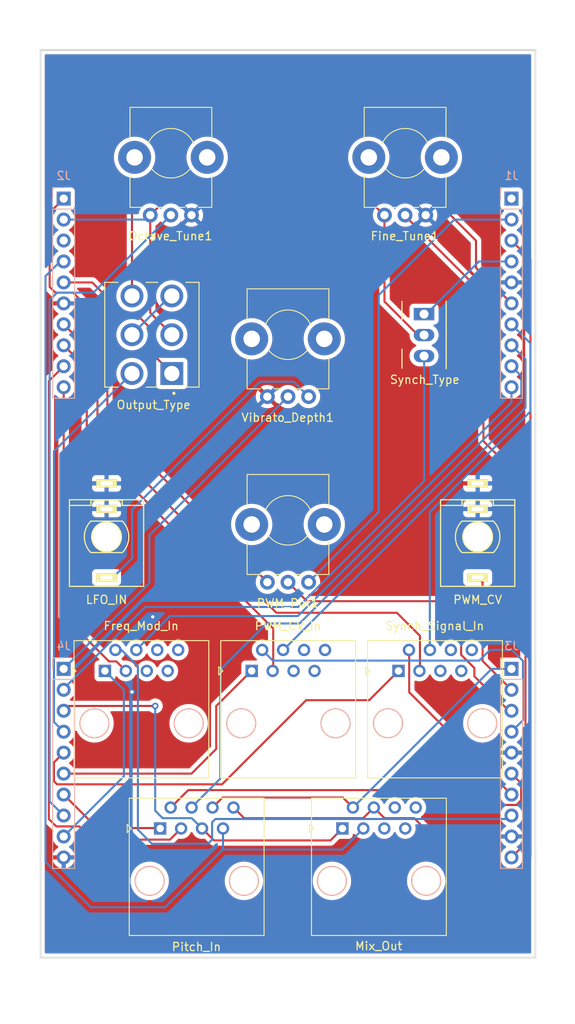
<source format=kicad_pcb>
(kicad_pcb (version 20211014) (generator pcbnew)
  (layers (0 "F.Cu" signal) (31 "B.Cu" signal) (34 "B.Paste" user) (35 "F.Paste" user) (36 "B.SilkS" user "B.Silkscreen") (37 "F.SilkS" user "F.Silkscreen") (38 "B.Mask" user) (39 "F.Mask" user) (44 "Edge.Cuts" user))
  (net 0 "")
  (net 1 "/PWM_CV4")
  (net 2 "/PWM_CV3")
  (net 3 "/PWM_CV2")
  (net 4 "/PWM_CV1")
  (net 5 "/MIX_OUT4")
  (net 6 "/MIX_OUT3")
  (net 7 "/MIX_OUT2")
  (net 8 "/MIX_OUT1")
  (net 9 "/SYNCH_SIGNAL4")
  (net 10 "/SYNCH_SIGNAL3")
  (net 11 "/SYNCH_SIGNAL2")
  (net 12 "/SYNCH_SIGNAL1")
  (net 13 "/FREQ_MOD4")
  (net 14 "/FREQ_MOD3")
  (net 15 "/FREQ_MOD2")
  (net 16 "/FREQ_MOD1")
  (net 17 "/V_PER_OCT4")
  (net 18 "/V_PER_OCT3")
  (net 19 "/V_PER_OCT2")
  (net 20 "/V_PER_OCT1")
  (net 21 "-5V")
  (net 22 "-12V")
  (net 23 "/HARD_SYNCH_SW")
  (net 24 "GND")
  (net 25 "/SAW_SW")
  (net 26 "+12V")
  (net 27 "+5V")
  (net 28 "+2V5")
  (net 29 "/PULSE_SW")
  (net 30 "/PWM_CV")
  (net 31 "/PWM_POT")
  (net 32 "/OCT_TUNE")
  (net 33 "/LIN_FREQ_IN")
  (net 34 "/SOFT_SYNCH_SW")
  (net 35 "/TRIANGLE_SW")
  (net 36 "/FINE_TUNE")
  (net 37 "/LFO_IN")
  (net 50 "Net-(SW2-Pad3)")
  (footprint "Custom_Footprints:RJ45_Molex_42878-8506" (layer "F.Cu") (at 80 124.9)
    (fp_text reference "J7" hide)
    (fp_text value "PWM_CV_In" (at 0 -10.1) (layer "F.SilkS"))
    (fp_line (start 8.2 -8.32) (end -8.15 -8.32) (layer "F.SilkS") (width 0.12))
    (fp_line (start -7.9 -4.65) (end -8.4 -5.15) (layer "F.SilkS") (width 0.12))
    (fp_line (start -8.4 -4.15) (end -7.9 -4.65) (layer "F.SilkS") (width 0.12))
    (fp_line (start 8.2 8.32) (end -8.15 8.32) (layer "F.SilkS") (width 0.12))
    (fp_line (start -8.15 -8.32) (end -8.15 8.32) (layer "F.SilkS") (width 0.12))
    (fp_line (start 8.2 -8.32) (end 8.2 8.32) (layer "F.SilkS") (width 0.12))
    (fp_line (start -8.4 -5.15) (end -8.4 -4.15) (layer "F.SilkS") (width 0.12))
    (pad "" np_thru_hole circle (at 5.76 1.7) (size 3.65 3.65) (drill 3.33) (layers F&B.Cu *.SilkS *.Mask))
    (pad "" np_thru_hole circle (at -5.67 1.7) (size 3.65 3.65) (drill 3.33) (layers F&B.Cu *.SilkS *.Mask))
    (pad "1" thru_hole rect (at -4.4 -4.65) (size 1.5 1.5) (drill 0.9) (layers *.Cu *.Mask) (net 1 "/PWM_CV4"))
    (pad "2" thru_hole circle (at -3.13 -7.19) (size 1.5 1.5) (drill 0.9) (layers *.Cu *.Mask) (net 2 "/PWM_CV3"))
    (pad "3" thru_hole circle (at -1.86 -4.65) (size 1.5 1.5) (drill 0.9) (layers *.Cu *.Mask) (net 3 "/PWM_CV2"))
    (pad "4" thru_hole circle (at -0.59 -7.19) (size 1.5 1.5) (drill 0.9) (layers *.Cu *.Mask) (net 4 "/PWM_CV1"))
    (pad "5" thru_hole circle (at 0.68 -4.65) (size 1.5 1.5) (drill 0.9) (layers *.Cu *.Mask))
    (pad "6" thru_hole circle (at 1.95 -7.19) (size 1.5 1.5) (drill 0.9) (layers *.Cu *.Mask))
    (pad "7" thru_hole circle (at 3.22 -4.65) (size 1.5 1.5) (drill 0.9) (layers *.Cu *.Mask))
    (pad "8" thru_hole circle (at 4.49 -7.19) (size 1.5 1.5) (drill 0.9) (layers *.Cu *.Mask))
  )
  (footprint "Custom_Footprints:Alpha_9mm_Potentiometer_Aligned" (layer "F.Cu") (at 94.2 57.5)
    (fp_text reference "Fine_Tune1" (at -0.04 10.04) (layer "F.SilkS"))
    (fp_text value "10k")
    (fp_line (start -4.961 6.56) (end -3.325 6.56) (layer "F.SilkS") (width 0.12))
    (fp_line (start 3.325 6.56) (end 4.96 6.56) (layer "F.SilkS") (width 0.12))
    (fp_line (start 4.96 6.56) (end 4.96 2.694) (layer "F.SilkS") (width 0.12))
    (fp_line (start -4.961 -5.56) (end 4.96 -5.56) (layer "F.SilkS") (width 0.12))
    (fp_line (start -4.961 -1.695) (end -4.961 -5.56) (layer "F.SilkS") (width 0.12))
    (fp_line (start -1.675 6.56) (end -0.825 6.56) (layer "F.SilkS") (width 0.12))
    (fp_line (start 4.96 -1.695) (end 4.96 -5.56) (layer "F.SilkS") (width 0.12))
    (fp_line (start 0.825 6.56) (end 1.675 6.56) (layer "F.SilkS") (width 0.12))
    (fp_line (start -4.961 6.56) (end -4.961 2.694) (layer "F.SilkS") (width 0.12))
    (fp_arc (start 2.297753 1.928295) (mid -0.000192 2.999665) (end -2.298 1.928) (layer "F.SilkS") (width 0.12))
    (fp_arc (start -2.762432 -1.171982) (mid -0.000553 -3.000762) (end 2.762 -1.173) (layer "F.SilkS") (width 0.12))
    (pad "" np_thru_hole circle locked (at -4.4 0.5 90) (size 4 4) (drill 2) (layers *.Cu *.Mask))
    (pad "" np_thru_hole circle locked (at 4.4 0.5 90) (size 4 4) (drill 2) (layers *.Cu *.Mask))
    (pad "1" thru_hole circle locked (at 2.5 7.5 90) (size 1.8 1.8) (drill 1) (layers *.Cu *.Mask) (net 24 "GND"))
    (pad "2" thru_hole circle locked (at 0 7.5 90) (size 1.8 1.8) (drill 1) (layers *.Cu *.Mask) (net 36 "/FINE_TUNE"))
    (pad "3" thru_hole circle locked (at -2.5 7.5 90) (size 1.8 1.8) (drill 1) (layers *.Cu *.Mask) (net 27 "+5V"))
  )
  (footprint "Custom_Footprints:RJ45_Molex_42878-8506" (layer "F.Cu") (at 62.2 124.9)
    (fp_text reference "J9" hide)
    (fp_text value "Freq_Mod_In" (at 0 -10.1) (layer "F.SilkS"))
    (fp_line (start -8.4 -5.15) (end -8.4 -4.15) (layer "F.SilkS") (width 0.12))
    (fp_line (start 8.2 -8.32) (end 8.2 8.32) (layer "F.SilkS") (width 0.12))
    (fp_line (start -8.15 -8.32) (end -8.15 8.32) (layer "F.SilkS") (width 0.12))
    (fp_line (start 8.2 -8.32) (end -8.15 -8.32) (layer "F.SilkS") (width 0.12))
    (fp_line (start -7.9 -4.65) (end -8.4 -5.15) (layer "F.SilkS") (width 0.12))
    (fp_line (start 8.2 8.32) (end -8.15 8.32) (layer "F.SilkS") (width 0.12))
    (fp_line (start -8.4 -4.15) (end -7.9 -4.65) (layer "F.SilkS") (width 0.12))
    (pad "" np_thru_hole circle (at -5.67 1.7) (size 3.65 3.65) (drill 3.33) (layers F&B.Cu *.SilkS *.Mask))
    (pad "" np_thru_hole circle (at 5.76 1.7) (size 3.65 3.65) (drill 3.33) (layers F&B.Cu *.SilkS *.Mask))
    (pad "1" thru_hole rect (at -4.4 -4.65) (size 1.5 1.5) (drill 0.9) (layers *.Cu *.Mask) (net 13 "/FREQ_MOD4"))
    (pad "2" thru_hole circle (at -3.13 -7.19) (size 1.5 1.5) (drill 0.9) (layers *.Cu *.Mask) (net 14 "/FREQ_MOD3"))
    (pad "3" thru_hole circle (at -1.86 -4.65) (size 1.5 1.5) (drill 0.9) (layers *.Cu *.Mask) (net 15 "/FREQ_MOD2"))
    (pad "4" thru_hole circle (at -0.59 -7.19) (size 1.5 1.5) (drill 0.9) (layers *.Cu *.Mask) (net 16 "/FREQ_MOD1"))
    (pad "5" thru_hole circle (at 0.68 -4.65) (size 1.5 1.5) (drill 0.9) (layers *.Cu *.Mask))
    (pad "6" thru_hole circle (at 1.95 -7.19) (size 1.5 1.5) (drill 0.9) (layers *.Cu *.Mask))
    (pad "7" thru_hole circle (at 3.22 -4.65) (size 1.5 1.5) (drill 0.9) (layers *.Cu *.Mask))
    (pad "8" thru_hole circle (at 4.49 -7.19) (size 1.5 1.5) (drill 0.9) (layers *.Cu *.Mask))
  )
  (footprint "Custom_Footprints:Alpha_9mm_Potentiometer_Aligned" (layer "F.Cu") (at 65.8 57.5)
    (fp_text reference "Octave_Tune1" (at -0.04 10.04) (layer "F.SilkS"))
    (fp_text value "10k")
    (fp_line (start 4.96 6.56) (end 4.96 2.694) (layer "F.SilkS") (width 0.12))
    (fp_line (start 3.325 6.56) (end 4.96 6.56) (layer "F.SilkS") (width 0.12))
    (fp_line (start -1.675 6.56) (end -0.825 6.56) (layer "F.SilkS") (width 0.12))
    (fp_line (start -4.961 -1.695) (end -4.961 -5.56) (layer "F.SilkS") (width 0.12))
    (fp_line (start -4.961 6.56) (end -4.961 2.694) (layer "F.SilkS") (width 0.12))
    (fp_line (start -4.961 6.56) (end -3.325 6.56) (layer "F.SilkS") (width 0.12))
    (fp_line (start -4.961 -5.56) (end 4.96 -5.56) (layer "F.SilkS") (width 0.12))
    (fp_line (start 4.96 -1.695) (end 4.96 -5.56) (layer "F.SilkS") (width 0.12))
    (fp_line (start 0.825 6.56) (end 1.675 6.56) (layer "F.SilkS") (width 0.12))
    (fp_arc (start -2.762432 -1.171982) (mid -0.000553 -3.000762) (end 2.762 -1.173) (layer "F.SilkS") (width 0.12))
    (fp_arc (start 2.297753 1.928295) (mid -0.000192 2.999665) (end -2.298 1.928) (layer "F.SilkS") (width 0.12))
    (pad "" np_thru_hole circle locked (at -4.4 0.5 90) (size 4 4) (drill 2) (layers *.Cu *.Mask))
    (pad "" np_thru_hole circle locked (at 4.4 0.5 90) (size 4 4) (drill 2) (layers *.Cu *.Mask))
    (pad "1" thru_hole circle locked (at 2.5 7.5 90) (size 1.8 1.8) (drill 1) (layers *.Cu *.Mask) (net 24 "GND"))
    (pad "2" thru_hole circle locked (at 0 7.5 90) (size 1.8 1.8) (drill 1) (layers *.Cu *.Mask) (net 32 "/OCT_TUNE"))
    (pad "3" thru_hole circle locked (at -2.5 7.5 90) (size 1.8 1.8) (drill 1) (layers *.Cu *.Mask) (net 27 "+5V"))
  )
  (footprint "Custom_Footprints:RJ45_Molex_42878-8506" (layer "F.Cu") (at 97.8 124.9)
    (fp_text reference "J8" hide)
    (fp_text value "Synch_Signal_In" (at 0 -10.1) (layer "F.SilkS"))
    (fp_line (start -7.9 -4.65) (end -8.4 -5.15) (layer "F.SilkS") (width 0.12))
    (fp_line (start 8.2 8.32) (end -8.15 8.32) (layer "F.SilkS") (width 0.12))
    (fp_line (start 8.2 -8.32) (end -8.15 -8.32) (layer "F.SilkS") (width 0.12))
    (fp_line (start -8.4 -4.15) (end -7.9 -4.65) (layer "F.SilkS") (width 0.12))
    (fp_line (start -8.15 -8.32) (end -8.15 8.32) (layer "F.SilkS") (width 0.12))
    (fp_line (start -8.4 -5.15) (end -8.4 -4.15) (layer "F.SilkS") (width 0.12))
    (fp_line (start 8.2 -8.32) (end 8.2 8.32) (layer "F.SilkS") (width 0.12))
    (pad "" np_thru_hole circle (at -5.67 1.7) (size 3.65 3.65) (drill 3.33) (layers F&B.Cu *.SilkS *.Mask))
    (pad "" np_thru_hole circle (at 5.76 1.7) (size 3.65 3.65) (drill 3.33) (layers F&B.Cu *.SilkS *.Mask))
    (pad "1" thru_hole rect (at -4.4 -4.65) (size 1.5 1.5) (drill 0.9) (layers *.Cu *.Mask) (net 9 "/SYNCH_SIGNAL4"))
    (pad "2" thru_hole circle (at -3.13 -7.19) (size 1.5 1.5) (drill 0.9) (layers *.Cu *.Mask) (net 10 "/SYNCH_SIGNAL3"))
    (pad "3" thru_hole circle (at -1.86 -4.65) (size 1.5 1.5) (drill 0.9) (layers *.Cu *.Mask) (net 11 "/SYNCH_SIGNAL2"))
    (pad "4" thru_hole circle (at -0.59 -7.19) (size 1.5 1.5) (drill 0.9) (layers *.Cu *.Mask) (net 12 "/SYNCH_SIGNAL1"))
    (pad "5" thru_hole circle (at 0.68 -4.65) (size 1.5 1.5) (drill 0.9) (layers *.Cu *.Mask))
    (pad "6" thru_hole circle (at 1.95 -7.19) (size 1.5 1.5) (drill 0.9) (layers *.Cu *.Mask))
    (pad "7" thru_hole circle (at 3.22 -4.65) (size 1.5 1.5) (drill 0.9) (layers *.Cu *.Mask))
    (pad "8" thru_hole circle (at 4.49 -7.19) (size 1.5 1.5) (drill 0.9) (layers *.Cu *.Mask))
  )
  (footprint "Custom_Footprints:SPDTSubMiniature" (layer "F.Cu") (at 96.5 77 -90)
    (fp_text reference "SW1" hide)
    (fp_text value "Synch_Type" (at 7.9461 -0.084 180) (layer "F.SilkS"))
    (fp_line (start -1.5634 -2.681) (end 6.604 -2.681) (layer "F.SilkS") (width 0.15))
    (fp_line (start -1.538 2.681) (end 0.662 2.681) (layer "F.SilkS") (width 0.15))
    (fp_line (start 4.254 2.681) (end 6.554 2.681) (layer "F.SilkS") (width 0.15))
    (pad "1" thru_hole rect locked (at 0 0 270) (size 1.5 2.5) (drill 1.0922) (layers *.Cu *.Mask) (net 23 "/HARD_SYNCH_SW"))
    (pad "2" thru_hole oval locked (at 2.54 0 270) (size 1.5 2.5) (drill 1.0922) (layers *.Cu *.Mask) (net 27 "+5V"))
    (pad "3" thru_hole oval locked (at 5.08 0 270) (size 1.5 2.5) (drill 1.0922) (layers *.Cu *.Mask) (net 34 "/SOFT_SYNCH_SW"))
  )
  (footprint "Custom_Footprints:Alpha_9mm_Potentiometer_Aligned" (layer "F.Cu") (at 80 79.5)
    (fp_text reference "Vibrato_Depth1" (at -0.04 10.04) (layer "F.SilkS"))
    (fp_text value "10k")
    (fp_line (start 0.825 6.56) (end 1.675 6.56) (layer "F.SilkS") (width 0.12))
    (fp_line (start -4.961 6.56) (end -3.325 6.56) (layer "F.SilkS") (width 0.12))
    (fp_line (start -4.961 -5.56) (end 4.96 -5.56) (layer "F.SilkS") (width 0.12))
    (fp_line (start -1.675 6.56) (end -0.825 6.56) (layer "F.SilkS") (width 0.12))
    (fp_line (start 4.96 -1.695) (end 4.96 -5.56) (layer "F.SilkS") (width 0.12))
    (fp_line (start 3.325 6.56) (end 4.96 6.56) (layer "F.SilkS") (width 0.12))
    (fp_line (start -4.961 -1.695) (end -4.961 -5.56) (layer "F.SilkS") (width 0.12))
    (fp_line (start -4.961 6.56) (end -4.961 2.694) (layer "F.SilkS") (width 0.12))
    (fp_line (start 4.96 6.56) (end 4.96 2.694) (layer "F.SilkS") (width 0.12))
    (fp_arc (start -2.762432 -1.171982) (mid -0.000553 -3.000762) (end 2.762 -1.173) (layer "F.SilkS") (width 0.12))
    (fp_arc (start 2.297753 1.928295) (mid -0.000192 2.999665) (end -2.298 1.928) (layer "F.SilkS") (width 0.12))
    (pad "" np_thru_hole circle locked (at -4.4 0.5 90) (size 4 4) (drill 2) (layers *.Cu *.Mask))
    (pad "" np_thru_hole circle locked (at 4.4 0.5 90) (size 4 4) (drill 2) (layers *.Cu *.Mask))
    (pad "1" thru_hole circle locked (at 2.5 7.5 90) (size 1.8 1.8) (drill 1) (layers *.Cu *.Mask) (net 37 "/LFO_IN"))
    (pad "2" thru_hole circle locked (at 0 7.5 90) (size 1.8 1.8) (drill 1) (layers *.Cu *.Mask) (net 33 "/LIN_FREQ_IN"))
    (pad "3" thru_hole circle locked (at -2.5 7.5 90) (size 1.8 1.8) (drill 1) (layers *.Cu *.Mask) (net 24 "GND"))
  )
  (footprint "Custom_Footprints:RJ45_Molex_42878-8506" (layer "F.Cu") (at 68.9 144)
    (fp_text reference "J10" hide)
    (fp_text value "Pitch_In" (at 0 9.7) (layer "F.SilkS"))
    (fp_line (start -8.4 -4.15) (end -7.9 -4.65) (layer "F.SilkS") (width 0.12))
    (fp_line (start -7.9 -4.65) (end -8.4 -5.15) (layer "F.SilkS") (width 0.12))
    (fp_line (start 8.2 8.32) (end -8.15 8.32) (layer "F.SilkS") (width 0.12))
    (fp_line (start 8.2 -8.32) (end -8.15 -8.32) (layer "F.SilkS") (width 0.12))
    (fp_line (start -8.15 -8.32) (end -8.15 8.32) (layer "F.SilkS") (width 0.12))
    (fp_line (start 8.2 -8.32) (end 8.2 8.32) (layer "F.SilkS") (width 0.12))
    (fp_line (start -8.4 -5.15) (end -8.4 -4.15) (layer "F.SilkS") (width 0.12))
    (pad "" np_thru_hole circle (at 5.76 1.7) (size 3.65 3.65) (drill 3.33) (layers F&B.Cu *.SilkS *.Mask))
    (pad "" np_thru_hole circle (at -5.67 1.7) (size 3.65 3.65) (drill 3.33) (layers F&B.Cu *.SilkS *.Mask))
    (pad "1" thru_hole rect (at -4.4 -4.65) (size 1.5 1.5) (drill 0.9) (layers *.Cu *.Mask) (net 17 "/V_PER_OCT4"))
    (pad "2" thru_hole circle (at -3.13 -7.19) (size 1.5 1.5) (drill 0.9) (layers *.Cu *.Mask) (net 18 "/V_PER_OCT3"))
    (pad "3" thru_hole circle (at -1.86 -4.65) (size 1.5 1.5) (drill 0.9) (layers *.Cu *.Mask) (net 19 "/V_PER_OCT2"))
    (pad "4" thru_hole circle (at -0.59 -7.19) (size 1.5 1.5) (drill 0.9) (layers *.Cu *.Mask) (net 20 "/V_PER_OCT1"))
    (pad "5" thru_hole circle (at 0.68 -4.65) (size 1.5 1.5) (drill 0.9) (layers *.Cu *.Mask) (net 5 "/MIX_OUT4"))
    (pad "6" thru_hole circle (at 1.95 -7.19) (size 1.5 1.5) (drill 0.9) (layers *.Cu *.Mask) (net 6 "/MIX_OUT3"))
    (pad "7" thru_hole circle (at 3.22 -4.65) (size 1.5 1.5) (drill 0.9) (layers *.Cu *.Mask) (net 7 "/MIX_OUT2"))
    (pad "8" thru_hole circle (at 4.49 -7.19) (size 1.5 1.5) (drill 0.9) (layers *.Cu *.Mask) (net 8 "/MIX_OUT1"))
  )
  (footprint "Custom_Footprints:SW_100DP3T1B1M2QEH" (layer "F.Cu") (at 63.5 79.5 90)
    (fp_text reference "SW2" hide)
    (fp_text value "Output_Type" (at -8.5 0.2 180) (layer "F.SilkS"))
    (fp_line (start 6.35 -0.7075) (end 6.35 0.7075) (layer "F.SilkS") (width 0.127))
    (fp_line (start -6.35 -5.715) (end 6.35 -5.715) (layer "F.SilkS") (width 0.127))
    (fp_line (start -6.35 -0.7075) (end -6.35 0.7075) (layer "F.SilkS") (width 0.127))
    (fp_line (start 6.35 -5.715) (end 6.35 -4.1225) (layer "F.SilkS") (width 0.127))
    (fp_line (start -6.35 -4.1225) (end -6.35 -5.715) (layer "F.SilkS") (width 0.127))
    (fp_line (start -6.35 5.715) (end -6.35 4.1225) (layer "F.SilkS") (width 0.127))
    (fp_line (start 6.35 5.715) (end -6.35 5.715) (layer "F.SilkS") (width 0.127))
    (fp_line (start 6.35 5.715) (end 6.35 4.1225) (layer "F.SilkS") (width 0.127))
    (fp_circle (center -7.1 2.665) (end -7 2.665) (layer "F.SilkS") (width 0.2) (fill none))
    (pad "1" thru_hole rect (at -4.7 2.415 90) (size 2.775 2.775) (drill 1.85) (layers *.Cu *.Mask) (net 29 "/PULSE_SW"))
    (pad "2" thru_hole circle (at 0 2.415 90) (size 2.775 2.775) (drill 1.85) (layers *.Cu *.Mask) (net 27 "+5V"))
    (pad "3" thru_hole circle (at 4.7 2.415 90) (size 2.775 2.775) (drill 1.85) (layers *.Cu *.Mask) (net 50 "Net-(SW2-Pad3)"))
    (pad "4" thru_hole circle (at -4.7 -2.415 90) (size 2.775 2.775) (drill 1.85) (layers *.Cu *.Mask) (net 35 "/TRIANGLE_SW"))
    (pad "5" thru_hole circle (at 0 -2.415 90) (size 2.775 2.775) (drill 1.85) (layers *.Cu *.Mask) (net 50 "Net-(SW2-Pad3)"))
    (pad "6" thru_hole circle (at 4.7 -2.415 90) (size 2.775 2.775) (drill 1.85) (layers *.Cu *.Mask) (net 25 "/SAW_SW"))
  )
  (footprint "Custom_Footprints:RJ45_Molex_42878-8506" (layer "F.Cu") (at 91 144)
    (fp_text reference "J11" hide)
    (fp_text value "Mix_Out" (at 0 9.6) (layer "F.SilkS"))
    (fp_line (start -8.15 -8.32) (end -8.15 8.32) (layer "F.SilkS") (width 0.12))
    (fp_line (start 8.2 -8.32) (end -8.15 -8.32) (layer "F.SilkS") (width 0.12))
    (fp_line (start 8.2 8.32) (end -8.15 8.32) (layer "F.SilkS") (width 0.12))
    (fp_line (start -8.4 -4.15) (end -7.9 -4.65) (layer "F.SilkS") (width 0.12))
    (fp_line (start -7.9 -4.65) (end -8.4 -5.15) (layer "F.SilkS") (width 0.12))
    (fp_line (start -8.4 -5.15) (end -8.4 -4.15) (layer "F.SilkS") (width 0.12))
    (fp_line (start 8.2 -8.32) (end 8.2 8.32) (layer "F.SilkS") (width 0.12))
    (pad "" np_thru_hole circle (at 5.76 1.7) (size 3.65 3.65) (drill 3.33) (layers F&B.Cu *.SilkS *.Mask))
    (pad "" np_thru_hole circle (at -5.67 1.7) (size 3.65 3.65) (drill 3.33) (layers F&B.Cu *.SilkS *.Mask))
    (pad "1" thru_hole rect (at -4.4 -4.65) (size 1.5 1.5) (drill 0.9) (layers *.Cu *.Mask) (net 5 "/MIX_OUT4"))
    (pad "2" thru_hole circle (at -3.13 -7.19) (size 1.5 1.5) (drill 0.9) (layers *.Cu *.Mask) (net 6 "/MIX_OUT3"))
    (pad "3" thru_hole circle (at -1.86 -4.65) (size 1.5 1.5) (drill 0.9) (layers *.Cu *.Mask) (net 7 "/MIX_OUT2"))
    (pad "4" thru_hole circle (at -0.59 -7.19) (size 1.5 1.5) (drill 0.9) (layers *.Cu *.Mask) (net 8 "/MIX_OUT1"))
    (pad "5" thru_hole circle (at 0.68 -4.65) (size 1.5 1.5) (drill 0.9) (layers *.Cu *.Mask))
    (pad "6" thru_hole circle (at 1.95 -7.19) (size 1.5 1.5) (drill 0.9) (layers *.Cu *.Mask))
    (pad "7" thru_hole circle (at 3.22 -4.65) (size 1.5 1.5) (drill 0.9) (layers *.Cu *.Mask))
    (pad "8" thru_hole circle (at 4.49 -7.19) (size 1.5 1.5) (drill 0.9) (layers *.Cu *.Mask))
  )
  (footprint "Custom_Footprints:THONKICONN_hole" (layer "F.Cu") (at 58 104 180)
    (fp_text reference "J6" hide)
    (fp_text value "LFO_IN" (at 0 -7.62) (layer "F.SilkS"))
    (fp_line (start 4.5 -6) (end 4.5 4.5) (layer "F.SilkS") (width 0.15))
    (fp_line (start -4.5 4.5) (end 4.5 4.5) (layer "F.SilkS") (width 0.15))
    (fp_line (start 1.905 4.445) (end 1.905 3.81) (layer "F.SilkS") (width 0.15))
    (fp_line (start -4.5 -6) (end 4.5 -6) (layer "F.SilkS") (width 0.15))
    (fp_line (start -4.5 -6) (end -4.5 4.5) (layer "F.SilkS") (width 0.15))
    (fp_line (start 1.905 3.81) (end 4.445 3.81) (layer "F.SilkS") (width 0.15))
    (fp_line (start -1.905 3.81) (end -1.905 4.445) (layer "F.SilkS") (width 0.15))
    (fp_line (start -4.445 3.81) (end -1.905 3.81) (layer "F.SilkS") (width 0.15))
    (fp_line (start 1.905 1.905) (end -1.905 1.905) (layer "F.SilkS") (width 0.15))
    (fp_line (start -1.905 -1.905) (end 1.905 -1.905) (layer "F.SilkS") (width 0.15))
    (fp_line (start -1.905 4.445) (end 1.905 4.445) (layer "F.SilkS") (width 0.15))
    (fp_arc (start -1.905 1.905) (mid -2.694077 0) (end -1.905 -1.905) (layer "F.SilkS") (width 0.15))
    (fp_arc (start 1.905 -1.905) (mid 2.694077 0) (end 1.905 1.905) (layer "F.SilkS") (width 0.15))
    (fp_circle (center 0 0) (end 1.27 1.27) (layer "F.SilkS") (width 0.15) (fill none))
    (pad "" np_thru_hole circle (at 0 0 180) (size 2.5 2.5) (drill 2.5) (layers *.Cu *.Mask))
    (pad "1" thru_hole rect (at 0 6.48 180) (size 2.5 1) (drill oval 1.5 0.5) (layers *.Cu *.Mask "F.SilkS") (net 24 "GND"))
    (pad "2" thru_hole rect (at 0 3.38 180) (size 2.5 1) (drill oval 1.5 0.5) (layers *.Cu *.Mask "F.SilkS") (net 24 "GND"))
    (pad "3" thru_hole rect (at 0 -4.92 180) (size 2.5 1) (drill oval 1.5 0.5) (layers *.Cu *.Mask "F.SilkS") (net 37 "/LFO_IN"))
  )
  (footprint "Custom_Footprints:Alpha_9mm_Potentiometer_Aligned" (layer "F.Cu") (at 80 102)
    (fp_text reference "PWM_Pot1" (at -0.04 10.04) (layer "F.SilkS"))
    (fp_text value "10k")
    (fp_line (start -1.675 6.56) (end -0.825 6.56) (layer "F.SilkS") (width 0.12))
    (fp_line (start -4.961 6.56) (end -3.325 6.56) (layer "F.SilkS") (width 0.12))
    (fp_line (start -4.961 6.56) (end -4.961 2.694) (layer "F.SilkS") (width 0.12))
    (fp_line (start -4.961 -1.695) (end -4.961 -5.56) (layer "F.SilkS") (width 0.12))
    (fp_line (start 4.96 6.56) (end 4.96 2.694) (layer "F.SilkS") (width 0.12))
    (fp_line (start 3.325 6.56) (end 4.96 6.56) (layer "F.SilkS") (width 0.12))
    (fp_line (start 0.825 6.56) (end 1.675 6.56) (layer "F.SilkS") (width 0.12))
    (fp_line (start -4.961 -5.56) (end 4.96 -5.56) (layer "F.SilkS") (width 0.12))
    (fp_line (start 4.96 -1.695) (end 4.96 -5.56) (layer "F.SilkS") (width 0.12))
    (fp_arc (start -2.762432 -1.171982) (mid -0.000553 -3.000762) (end 2.762 -1.173) (layer "F.SilkS") (width 0.12))
    (fp_arc (start 2.297753 1.928295) (mid -0.000192 2.999665) (end -2.298 1.928) (layer "F.SilkS") (width 0.12))
    (pad "" np_thru_hole circle locked (at 4.4 0.5 90) (size 4 4) (drill 2) (layers *.Cu *.Mask))
    (pad "" np_thru_hole circle locked (at -4.4 0.5 90) (size 4 4) (drill 2) (layers *.Cu *.Mask))
    (pad "1" thru_hole circle locked (at 2.5 7.5 90) (size 1.8 1.8) (drill 1) (layers *.Cu *.Mask) (net 22 "-12V"))
    (pad "2" thru_hole circle locked (at 0 7.5 90) (size 1.8 1.8) (drill 1) (layers *.Cu *.Mask) (net 31 "/PWM_POT"))
    (pad "3" thru_hole circle locked (at -2.5 7.5 90) (size 1.8 1.8) (drill 1) (layers *.Cu *.Mask) (net 26 "+12V"))
  )
  (footprint "Custom_Footprints:THONKICONN_hole" (layer "F.Cu") (at 103 104 180)
    (fp_text reference "J5" hide)
    (fp_text value "PWM_CV" (at 0 -7.62) (layer "F.SilkS"))
    (fp_line (start -1.905 3.81) (end -1.905 4.445) (layer "F.SilkS") (width 0.15))
    (fp_line (start -4.5 4.5) (end 4.5 4.5) (layer "F.SilkS") (width 0.15))
    (fp_line (start -1.905 4.445) (end 1.905 4.445) (layer "F.SilkS") (width 0.15))
    (fp_line (start -1.905 -1.905) (end 1.905 -1.905) (layer "F.SilkS") (width 0.15))
    (fp_line (start 1.905 3.81) (end 4.445 3.81) (layer "F.SilkS") (width 0.15))
    (fp_line (start 1.905 4.445) (end 1.905 3.81) (layer "F.SilkS") (width 0.15))
    (fp_line (start 1.905 1.905) (end -1.905 1.905) (layer "F.SilkS") (width 0.15))
    (fp_line (start -4.445 3.81) (end -1.905 3.81) (layer "F.SilkS") (width 0.15))
    (fp_line (start -4.5 -6) (end 4.5 -6) (layer "F.SilkS") (width 0.15))
    (fp_line (start 4.5 -6) (end 4.5 4.5) (layer "F.SilkS") (width 0.15))
    (fp_line (start -4.5 -6) (end -4.5 4.5) (layer "F.SilkS") (width 0.15))
    (fp_arc (start 1.905 -1.905) (mid 2.694077 0) (end 1.905 1.905) (layer "F.SilkS") (width 0.15))
    (fp_arc (start -1.905 1.905) (mid -2.694077 0) (end -1.905 -1.905) (layer "F.SilkS") (width 0.15))
    (fp_circle (center 0 0) (end 1.27 1.27) (layer "F.SilkS") (width 0.15) (fill none))
    (pad "" np_thru_hole circle (at 0 0 180) (size 2.5 2.5) (drill 2.5) (layers *.Cu *.Mask))
    (pad "1" thru_hole rect (at 0 6.48 180) (size 2.5 1) (drill oval 1.5 0.5) (layers *.Cu *.Mask "F.SilkS") (net 24 "GND"))
    (pad "2" thru_hole rect (at 0 3.38 180) (size 2.5 1) (drill oval 1.5 0.5) (layers *.Cu *.Mask "F.SilkS") (net 24 "GND"))
    (pad "3" thru_hole rect (at 0 -4.92 180) (size 2.5 1) (drill oval 1.5 0.5) (layers *.Cu *.Mask "F.SilkS") (net 30 "/PWM_CV"))
  )
  (footprint "Connector_PinSocket_2.54mm:PinSocket_1x10_P2.54mm_Vertical" (layer "B.Cu") (at 107.1 120 180)
    (fp_text reference "J3" (at 0 2.77) (layer "B.SilkS") (effects (justify mirror)))
    (fp_text value "Conn_01x10_Female")
    (fp_line (start 1.33 1.33) (end 1.33 0) (layer "B.SilkS") (width 0.12))
    (fp_line (start 0 1.33) (end 1.33 1.33) (layer "B.SilkS") (width 0.12))
    (fp_line (start -1.33 -1.27) (end -1.33 -24.19) (layer "B.SilkS") (width 0.12))
    (fp_line (start 1.33 -1.27) (end 1.33 -24.19) (layer "B.SilkS") (width 0.12))
    (fp_line (start -1.33 -24.19) (end 1.33 -24.19) (layer "B.SilkS") (width 0.12))
    (fp_line (start -1.33 -1.27) (end 1.33 -1.27) (layer "B.SilkS") (width 0.12))
    (pad "1" thru_hole rect (at 0 0 180) (size 1.7 1.7) (drill 1) (layers *.Cu *.Mask) (net 6 "/MIX_OUT3"))
    (pad "2" thru_hole oval (at 0 -2.54 180) (size 1.7 1.7) (drill 1) (layers *.Cu *.Mask) (net 30 "/PWM_CV"))
    (pad "3" thru_hole oval (at 0 -5.08 180) (size 1.7 1.7) (drill 1) (layers *.Cu *.Mask) (net 31 "/PWM_POT"))
    (pad "4" thru_hole oval (at 0 -7.62 180) (size 1.7 1.7) (drill 1) (layers *.Cu *.Mask) (net 2 "/PWM_CV3"))
    (pad "5" thru_hole oval (at 0 -10.16 180) (size 1.7 1.7) (drill 1) (layers *.Cu *.Mask) (net 24 "GND"))
    (pad "6" thru_hole oval (at 0 -12.7 180) (size 1.7 1.7) (drill 1) (layers *.Cu *.Mask) (net 18 "/V_PER_OCT3"))
    (pad "7" thru_hole oval (at 0 -15.24 180) (size 1.7 1.7) (drill 1) (layers *.Cu *.Mask) (net 10 "/SYNCH_SIGNAL3"))
    (pad "8" thru_hole oval (at 0 -17.78 180) (size 1.7 1.7) (drill 1) (layers *.Cu *.Mask) (net 14 "/FREQ_MOD3"))
    (pad "9" thru_hole oval (at 0 -20.32 180) (size 1.7 1.7) (drill 1) (layers *.Cu *.Mask) (net 24 "GND"))
    (pad "10" thru_hole oval (at 0 -22.86 180) (size 1.7 1.7) (drill 1) (layers *.Cu *.Mask) (net 36 "/FINE_TUNE"))
  )
  (footprint "Connector_PinSocket_2.54mm:PinSocket_1x10_P2.54mm_Vertical" (layer "B.Cu") (at 52.8 120 180)
    (fp_text reference "J4" (at 0 2.77) (layer "B.SilkS") (effects (justify mirror)))
    (fp_text value "Conn_01x10_Female")
    (fp_line (start -1.33 -1.27) (end -1.33 -24.19) (layer "B.SilkS") (width 0.12))
    (fp_line (start 1.33 1.33) (end 1.33 0) (layer "B.SilkS") (width 0.12))
    (fp_line (start -1.33 -24.19) (end 1.33 -24.19) (layer "B.SilkS") (width 0.12))
    (fp_line (start 1.33 -1.27) (end 1.33 -24.19) (layer "B.SilkS") (width 0.12))
    (fp_line (start 0 1.33) (end 1.33 1.33) (layer "B.SilkS") (width 0.12))
    (fp_line (start -1.33 -1.27) (end 1.33 -1.27) (layer "B.SilkS") (width 0.12))
    (pad "1" thru_hole rect (at 0 0 180) (size 1.7 1.7) (drill 1) (layers *.Cu *.Mask) (net 33 "/LIN_FREQ_IN"))
    (pad "2" thru_hole oval (at 0 -2.54 180) (size 1.7 1.7) (drill 1) (layers *.Cu *.Mask) (net 34 "/SOFT_SYNCH_SW"))
    (pad "3" thru_hole oval (at 0 -5.08 180) (size 1.7 1.7) (drill 1) (layers *.Cu *.Mask) (net 5 "/MIX_OUT4"))
    (pad "4" thru_hole oval (at 0 -7.62 180) (size 1.7 1.7) (drill 1) (layers *.Cu *.Mask) (net 35 "/TRIANGLE_SW"))
    (pad "5" thru_hole oval (at 0 -10.16 180) (size 1.7 1.7) (drill 1) (layers *.Cu *.Mask) (net 9 "/SYNCH_SIGNAL4"))
    (pad "6" thru_hole oval (at 0 -12.7 180) (size 1.7 1.7) (drill 1) (layers *.Cu *.Mask) (net 1 "/PWM_CV4"))
    (pad "7" thru_hole oval (at 0 -15.24 180) (size 1.7 1.7) (drill 1) (layers *.Cu *.Mask) (net 17 "/V_PER_OCT4"))
    (pad "8" thru_hole oval (at 0 -17.78 180) (size 1.7 1.7) (drill 1) (layers *.Cu *.Mask) (net 32 "/OCT_TUNE"))
    (pad "9" thru_hole oval (at 0 -20.32 180) (size 1.7 1.7) (drill 1) (layers *.Cu *.Mask) (net 13 "/FREQ_MOD4"))
    (pad "10" thru_hole oval (at 0 -22.86 180) (size 1.7 1.7) (drill 1) (layers *.Cu *.Mask) (net 24 "GND"))
  )
  (footprint "Connector_PinSocket_2.54mm:PinSocket_1x10_P2.54mm_Vertical" (layer "B.Cu") (at 107.1 63 180)
    (fp_text reference "J1" (at 0 2.77) (layer "B.SilkS") (effects (justify mirror)))
    (fp_text value "Conn_01x10_Female")
    (fp_line (start -1.33 -24.19) (end 1.33 -24.19) (layer "B.SilkS") (width 0.12))
    (fp_line (start 1.33 -1.27) (end 1.33 -24.19) (layer "B.SilkS") (width 0.12))
    (fp_line (start -1.33 -1.27) (end -1.33 -24.19) (layer "B.SilkS") (width 0.12))
    (fp_line (start -1.33 -1.27) (end 1.33 -1.27) (layer "B.SilkS") (width 0.12))
    (fp_line (start 0 1.33) (end 1.33 1.33) (layer "B.SilkS") (width 0.12))
    (fp_line (start 1.33 1.33) (end 1.33 0) (layer "B.SilkS") (width 0.12))
    (pad "1" thru_hole rect (at 0 0 180) (size 1.7 1.7) (drill 1) (layers *.Cu *.Mask) (net 21 "-5V"))
    (pad "2" thru_hole oval (at 0 -2.54 180) (size 1.7 1.7) (drill 1) (layers *.Cu *.Mask) (net 22 "-12V"))
    (pad "3" thru_hole oval (at 0 -5.08 180) (size 1.7 1.7) (drill 1) (layers *.Cu *.Mask) (net 8 "/MIX_OUT1"))
    (pad "4" thru_hole oval (at 0 -7.62 180) (size 1.7 1.7) (drill 1) (layers *.Cu *.Mask) (net 23 "/HARD_SYNCH_SW"))
    (pad "5" thru_hole oval (at 0 -10.16 180) (size 1.7 1.7) (drill 1) (layers *.Cu *.Mask) (net 24 "GND"))
    (pad "6" thru_hole oval (at 0 -12.7 180) (size 1.7 1.7) (drill 1) (layers *.Cu *.Mask) (net 25 "/SAW_SW"))
    (pad "7" thru_hole oval (at 0 -15.24 180) (size 1.7 1.7) (drill 1) (layers *.Cu *.Mask) (net 12 "/SYNCH_SIGNAL1"))
    (pad "8" thru_hole oval (at 0 -17.78 180) (size 1.7 1.7) (drill 1) (layers *.Cu *.Mask) (net 4 "/PWM_CV1"))
    (pad "9" thru_hole oval (at 0 -20.32 180) (size 1.7 1.7) (drill 1) (layers *.Cu *.Mask) (net 20 "/V_PER_OCT1"))
    (pad "10" thru_hole oval (at 0 -22.86 180) (size 1.7 1.7) (drill 1) (layers *.Cu *.Mask) (net 16 "/FREQ_MOD1"))
  )
  (footprint "Connector_PinSocket_2.54mm:PinSocket_1x10_P2.54mm_Vertical" (layer "B.Cu") (at 52.8 63 180)
    (fp_text reference "J2" (at 0 2.77) (layer "B.SilkS") (effects (justify mirror)))
    (fp_text value "Conn_01x10_Female")
    (fp_line (start -1.33 -1.27) (end -1.33 -24.19) (layer "B.SilkS") (width 0.12))
    (fp_line (start 0 1.33) (end 1.33 1.33) (layer "B.SilkS") (width 0.12))
    (fp_line (start 1.33 -1.27) (end 1.33 -24.19) (layer "B.SilkS") (width 0.12))
    (fp_line (start -1.33 -1.27) (end 1.33 -1.27) (layer "B.SilkS") (width 0.12))
    (fp_line (start 1.33 1.33) (end 1.33 0) (layer "B.SilkS") (width 0.12))
    (fp_line (start -1.33 -24.19) (end 1.33 -24.19) (layer "B.SilkS") (width 0.12))
    (pad "1" thru_hole rect (at 0 0 180) (size 1.7 1.7) (drill 1) (layers *.Cu *.Mask) (net 26 "+12V"))
    (pad "2" thru_hole oval (at 0 -2.54 180) (size 1.7 1.7) (drill 1) (layers *.Cu *.Mask) (net 27 "+5V"))
    (pad "3" thru_hole oval (at 0 -5.08 180) (size 1.7 1.7) (drill 1) (layers *.Cu *.Mask) (net 28 "+2V5"))
    (pad "4" thru_hole oval (at 0 -7.62 180) (size 1.7 1.7) (drill 1) (layers *.Cu *.Mask) (net 7 "/MIX_OUT2"))
    (pad "5" thru_hole oval (at 0 -10.16 180) (size 1.7 1.7) (drill 1) (layers *.Cu *.Mask) (net 29 "/PULSE_SW"))
    (pad "6" thru_hole oval (at 0 -12.7 180) (size 1.7 1.7) (drill 1) (layers *.Cu *.Mask) (net 24 "GND"))
    (pad "7" thru_hole oval (at 0 -15.24 180) (size 1.7 1.7) (drill 1) (layers *.Cu *.Mask) (net 11 "/SYNCH_SIGNAL2"))
    (pad "8" thru_hole oval (at 0 -17.78 180) (size 1.7 1.7) (drill 1) (layers *.Cu *.Mask) (net 3 "/PWM_CV2"))
    (pad "9" thru_hole oval (at 0 -20.32 180) (size 1.7 1.7) (drill 1) (layers *.Cu *.Mask) (net 19 "/V_PER_OCT2"))
    (pad "10" thru_hole oval (at 0 -22.86 180) (size 1.7 1.7) (drill 1) (layers *.Cu *.Mask) (net 15 "/FREQ_MOD2"))
  )
  (gr_line locked (start 50 45) (end 110 45) (layer "Edge.Cuts") (width 0.2))
  (gr_line locked (start 110 45) (end 110 155) (layer "Edge.Cuts") (width 0.2))
  (gr_line (start 50 155) (end 110 155) (layer "Edge.Cuts") (width 0.2))
  (gr_line locked (start 50 45) (end 50 155) (layer "Edge.Cuts") (width 0.2))
  (segment (start 71.3 124.5) (end 71.3 129.7) (width 0.25) (layer "F.Cu") (net 1))
  (segment (start 71.3 129.7) (end 68.3 132.7) (width 0.25) (layer "F.Cu") (net 1))
  (segment (start 75.55 120.25) (end 71.3 124.5) (width 0.25) (layer "F.Cu") (net 1))
  (segment (start 75.6 120.25) (end 75.55 120.25) (width 0.25) (layer "F.Cu") (net 1))
  (segment (start 68.3 132.7) (end 52.8 132.7) (width 0.25) (layer "F.Cu") (net 1))
  (segment (start 103.2 119) (end 78.16 119) (width 0.25) (layer "B.Cu") (net 2))
  (segment (start 107.15 117.7) (end 104.5 117.7) (width 0.25) (layer "B.Cu") (net 2))
  (segment (start 104.5 117.7) (end 103.2 119) (width 0.25) (layer "B.Cu") (net 2))
  (segment (start 78.16 119) (end 76.87 117.71) (width 0.25) (layer "B.Cu") (net 2))
  (segment (start 107.1 127.62) (end 108.5 126.22) (width 0.25) (layer "B.Cu") (net 2))
  (segment (start 108.5 126.22) (end 108.5 119.05) (width 0.25) (layer "B.Cu") (net 2))
  (segment (start 108.5 119.05) (end 107.15 117.7) (width 0.25) (layer "B.Cu") (net 2))
  (segment (start 55.6 92.5) (end 55.6 83.58) (width 0.25) (layer "F.Cu") (net 3))
  (segment (start 55.6 83.58) (end 52.8 80.78) (width 0.25) (layer "F.Cu") (net 3))
  (segment (start 78.2125 120.42) (end 78.2125 115.1125) (width 0.25) (layer "F.Cu") (net 3))
  (segment (start 78.2125 115.1125) (end 55.6 92.5) (width 0.25) (layer "F.Cu") (net 3))
  (segment (start 108.8 82.48) (end 107.1 80.78) (width 0.25) (layer "B.Cu") (net 4))
  (segment (start 79.44 117.71) (end 108.8 88.35) (width 0.25) (layer "B.Cu") (net 4))
  (segment (start 79.4625 117.7625) (end 79.41 117.71) (width 0.25) (layer "B.Cu") (net 4))
  (segment (start 79.41 117.71) (end 79.44 117.71) (width 0.25) (layer "B.Cu") (net 4))
  (segment (start 108.8 88.35) (end 108.8 82.48) (width 0.25) (layer "B.Cu") (net 4))
  (segment (start 79.4825 117.7625) (end 79.4625 117.7625) (width 0.25) (layer "B.Cu") (net 4))
  (segment (start 85.15 140.8) (end 71.03 140.8) (width 0.25) (layer "F.Cu") (net 5))
  (segment (start 63.9 124.5) (end 53.38 124.5) (width 0.25) (layer "F.Cu") (net 5))
  (segment (start 86.6 139.35) (end 85.15 140.8) (width 0.25) (layer "F.Cu") (net 5))
  (segment (start 53.38 124.5) (end 52.8 125.08) (width 0.25) (layer "F.Cu") (net 5))
  (segment (start 71.03 140.8) (end 69.58 139.35) (width 0.25) (layer "F.Cu") (net 5))
  (via (at 63.9 124.5) (size 0.8) (drill 0.4) (layers "F.Cu" "B.Cu") (net 5))
  (segment (start 69.58 139.35) (end 68.33 138.1) (width 0.25) (layer "B.Cu") (net 5))
  (segment (start 64.8 138.1) (end 63.9 137.2) (width 0.25) (layer "B.Cu") (net 5))
  (segment (start 63.9 137.2) (end 63.9 124.5) (width 0.25) (layer "B.Cu") (net 5))
  (segment (start 68.33 138.1) (end 64.8 138.1) (width 0.25) (layer "B.Cu") (net 5))
  (segment (start 87.87 136.81) (end 86.66 135.6) (width 0.25) (layer "F.Cu") (net 6))
  (segment (start 72.06 135.6) (end 70.85 136.81) (width 0.25) (layer "F.Cu") (net 6))
  (segment (start 86.66 135.6) (end 72.06 135.6) (width 0.25) (layer "F.Cu") (net 6))
  (segment (start 87.89 136.81) (end 87.87 136.81) (width 0.25) (layer "B.Cu") (net 6))
  (segment (start 104.7 120) (end 87.89 136.81) (width 0.25) (layer "B.Cu") (net 6))
  (segment (start 107.1 120) (end 104.7 120) (width 0.25) (layer "B.Cu") (net 6))
  (segment (start 65.1 148.9) (end 56.1 148.9) (width 0.25) (layer "B.Cu") (net 7))
  (segment (start 72.1 141.9) (end 65.1 148.9) (width 0.25) (layer "B.Cu") (net 7))
  (segment (start 86.6 141.9) (end 72.1 141.9) (width 0.25) (layer "B.Cu") (net 7))
  (segment (start 72.1 141.9) (end 71.92 142.08) (width 0.25) (layer "B.Cu") (net 7))
  (segment (start 72.12 141.9) (end 72.12 139.35) (width 0.25) (layer "B.Cu") (net 7))
  (segment (start 52.38 70.62) (end 52.8 70.62) (width 0.25) (layer "B.Cu") (net 7))
  (segment (start 72.2 141.9) (end 72.1 141.9) (width 0.25) (layer "B.Cu") (net 7))
  (segment (start 89.14 139.36) (end 86.6 141.9) (width 0.25) (layer "B.Cu") (net 7))
  (segment (start 56.1 148.9) (end 50.6 143.4) (width 0.25) (layer "B.Cu") (net 7))
  (segment (start 89.14 139.35) (end 89.14 139.36) (width 0.25) (layer "B.Cu") (net 7))
  (segment (start 50.6 143.4) (end 50.6 72.4) (width 0.25) (layer "B.Cu") (net 7))
  (segment (start 50.6 72.4) (end 52.38 70.62) (width 0.25) (layer "B.Cu") (net 7))
  (segment (start 109.4 142.7) (end 107.8 144.3) (width 0.25) (layer "F.Cu") (net 8))
  (segment (start 90.41 136.81) (end 89.12 138.1) (width 0.25) (layer "F.Cu") (net 8))
  (segment (start 107.8 144.3) (end 101.5 144.3) (width 0.25) (layer "F.Cu") (net 8))
  (segment (start 95.3 138.1) (end 91.7 138.1) (width 0.25) (layer "F.Cu") (net 8))
  (segment (start 74.68 138.1) (end 73.39 136.81) (width 0.25) (layer "F.Cu") (net 8))
  (segment (start 91.7 138.1) (end 90.41 136.81) (width 0.25) (layer "F.Cu") (net 8))
  (segment (start 89.12 138.1) (end 74.68 138.1) (width 0.25) (layer "F.Cu") (net 8))
  (segment (start 101.5 144.3) (end 95.3 138.1) (width 0.25) (layer "F.Cu") (net 8))
  (segment (start 107.1 68.08) (end 109.4 70.38) (width 0.25) (layer "F.Cu") (net 8))
  (segment (start 109.4 70.38) (end 109.4 142.7) (width 0.25) (layer "F.Cu") (net 8))
  (segment (start 93.4 120.25) (end 89.85 123.8) (width 0.25) (layer "F.Cu") (net 9))
  (segment (start 89.85 123.8) (end 82.2 123.8) (width 0.25) (layer "F.Cu") (net 9))
  (segment (start 82.2 123.8) (end 72 134) (width 0.25) (layer "F.Cu") (net 9))
  (segment (start 52 134) (end 51.625 133.625) (width 0.25) (layer "F.Cu") (net 9))
  (segment (start 72 134) (end 52 134) (width 0.25) (layer "F.Cu") (net 9))
  (segment (start 51.625 133.625) (end 51.625 131.335) (width 0.25) (layer "F.Cu") (net 9))
  (segment (start 51.625 131.335) (end 52.8 130.16) (width 0.25) (layer "F.Cu") (net 9))
  (segment (start 94.7 122.84) (end 94.7 117.74) (width 0.25) (layer "F.Cu") (net 10))
  (segment (start 94.7 117.74) (end 94.67 117.71) (width 0.25) (layer "F.Cu") (net 10))
  (segment (start 107.1 135.24) (end 94.7 122.84) (width 0.25) (layer "F.Cu") (net 10))
  (segment (start 78.6 113.2) (end 56.9 91.5) (width 0.25) (layer "F.Cu") (net 11))
  (segment (start 95.94 120.25) (end 96 120.19) (width 0.25) (layer "F.Cu") (net 11))
  (segment (start 56.9 82.34) (end 52.8 78.24) (width 0.25) (layer "F.Cu") (net 11))
  (segment (start 96 116) (end 93.2 113.2) (width 0.25) (layer "F.Cu") (net 11))
  (segment (start 93.2 113.2) (end 78.6 113.2) (width 0.25) (layer "F.Cu") (net 11))
  (segment (start 96 120.19) (end 96 116) (width 0.25) (layer "F.Cu") (net 11))
  (segment (start 56.9 91.5) (end 56.9 82.34) (width 0.25) (layer "F.Cu") (net 11))
  (segment (start 97.2 101) (end 109.4 88.8) (width 0.25) (layer "B.Cu") (net 12))
  (segment (start 97.21 117.71) (end 97.2 117.7) (width 0.25) (layer "B.Cu") (net 12))
  (segment (start 97.2 117.7) (end 97.2 101) (width 0.25) (layer "B.Cu") (net 12))
  (segment (start 109.4 80.54) (end 107.1 78.24) (width 0.25) (layer "B.Cu") (net 12))
  (segment (start 109.4 88.8) (end 109.4 80.54) (width 0.25) (layer "B.Cu") (net 12))
  (segment (start 57.8 120.25) (end 60.1 122.55) (width 0.25) (layer "B.Cu") (net 13))
  (segment (start 60.1 122.55) (end 60.1 133.02) (width 0.25) (layer "B.Cu") (net 13))
  (segment (start 60.1 133.02) (end 52.8 140.32) (width 0.25) (layer "B.Cu") (net 13))
  (segment (start 63.5 141.2) (end 70.3 141.2) (width 0.25) (layer "B.Cu") (net 14))
  (segment (start 61.8 119.7) (end 61.8 139.5) (width 0.25) (layer "B.Cu") (net 14))
  (segment (start 61.8 139.5) (end 63.5 141.2) (width 0.25) (layer "B.Cu") (net 14))
  (segment (start 59.81 117.71) (end 61.8 119.7) (width 0.25) (layer "B.Cu") (net 14))
  (segment (start 71.2 138.2) (end 106.68 138.2) (width 0.25) (layer "B.Cu") (net 14))
  (segment (start 70.3 141.2) (end 70.8 140.7) (width 0.25) (layer "B.Cu") (net 14))
  (segment (start 106.68 138.2) (end 107.1 137.78) (width 0.25) (layer "B.Cu") (net 14))
  (segment (start 70.8 138.6) (end 71.2 138.2) (width 0.25) (layer "B.Cu") (net 14))
  (segment (start 70.8 140.7) (end 70.8 138.6) (width 0.25) (layer "B.Cu") (net 14))
  (segment (start 59.07 117.71) (end 59.81 117.71) (width 0.25) (layer "B.Cu") (net 14))
  (segment (start 52.8 113.6) (end 52.8 85.86) (width 0.25) (layer "F.Cu") (net 15))
  (segment (start 60.34 120.25) (end 59.19 119.1) (width 0.25) (layer "F.Cu") (net 15))
  (segment (start 59.19 119.1) (end 58.3 119.1) (width 0.25) (layer "F.Cu") (net 15))
  (segment (start 58.3 119.1) (end 52.8 113.6) (width 0.25) (layer "F.Cu") (net 15))
  (segment (start 65.7 113.6) (end 81.2 113.6) (width 0.25) (layer "B.Cu") (net 16))
  (segment (start 107.1 87.7) (end 107.1 85.86) (width 0.25) (layer "B.Cu") (net 16))
  (segment (start 81.2 113.6) (end 107.1 87.7) (width 0.25) (layer "B.Cu") (net 16))
  (segment (start 61.61 117.71) (end 61.61 117.69) (width 0.25) (layer "B.Cu") (net 16))
  (segment (start 61.61 117.69) (end 65.7 113.6) (width 0.25) (layer "B.Cu") (net 16))
  (segment (start 64.45 139.3) (end 56.86 139.3) (width 0.25) (layer "F.Cu") (net 17))
  (segment (start 64.5 139.35) (end 64.45 139.3) (width 0.25) (layer "F.Cu") (net 17))
  (segment (start 56.86 139.3) (end 52.8 135.24) (width 0.25) (layer "F.Cu") (net 17))
  (segment (start 65.79 136.81) (end 65.77 136.81) (width 0.25) (layer "F.Cu") (net 18))
  (segment (start 107.7 136.5) (end 104.1 136.5) (width 0.25) (layer "F.Cu") (net 18))
  (segment (start 65.77 136.81) (end 65.7 136.88) (width 0.25) (layer "F.Cu") (net 18))
  (segment (start 67.899501 134.700499) (end 65.79 136.81) (width 0.25) (layer "F.Cu") (net 18))
  (segment (start 108.275 135.925) (end 107.7 136.5) (width 0.25) (layer "F.Cu") (net 18))
  (segment (start 107.1 132.7) (end 108.275 133.875) (width 0.25) (layer "F.Cu") (net 18))
  (segment (start 108.275 133.875) (end 108.275 135.925) (width 0.25) (layer "F.Cu") (net 18))
  (segment (start 102.300499 134.700499) (end 67.899501 134.700499) (width 0.25) (layer "F.Cu") (net 18))
  (segment (start 104.1 136.5) (end 102.300499 134.700499) (width 0.25) (layer "F.Cu") (net 18))
  (segment (start 65.69 140.7) (end 56.3 140.7) (width 0.25) (layer "F.Cu") (net 19))
  (segment (start 54.7 139.1) (end 51.9 139.1) (width 0.25) (layer "F.Cu") (net 19))
  (segment (start 67.04 139.35) (end 65.69 140.7) (width 0.25) (layer "F.Cu") (net 19))
  (segment (start 51 85.12) (end 52.8 83.32) (width 0.25) (layer "F.Cu") (net 19))
  (segment (start 51.9 139.1) (end 51 138.2) (width 0.25) (layer "F.Cu") (net 19))
  (segment (start 56.3 140.7) (end 54.7 139.1) (width 0.25) (layer "F.Cu") (net 19))
  (segment (start 51 138.2) (end 51 85.12) (width 0.25) (layer "F.Cu") (net 19))
  (segment (start 71.8 120.1) (end 77.4 114.5) (width 0.25) (layer "B.Cu") (net 20))
  (segment (start 77.4 114.5) (end 81.4 114.5) (width 0.25) (layer "B.Cu") (net 20))
  (segment (start 71.8 133.3) (end 71.8 120.1) (width 0.25) (layer "B.Cu") (net 20))
  (segment (start 68.31 136.81) (end 68.31 136.79) (width 0.25) (layer "B.Cu") (net 20))
  (segment (start 108.3 87.6) (end 108.3 84.52) (width 0.25) (layer "B.Cu") (net 20))
  (segment (start 81.4 114.5) (end 108.3 87.6) (width 0.25) (layer "B.Cu") (net 20))
  (segment (start 68.11 136.88) (end 68.24 136.88) (width 0.25) (layer "B.Cu") (net 20))
  (segment (start 68.31 136.79) (end 71.8 133.3) (width 0.25) (layer "B.Cu") (net 20))
  (segment (start 108.3 84.52) (end 107.1 83.32) (width 0.25) (layer "B.Cu") (net 20))
  (segment (start 68.24 136.88) (end 68.31 136.81) (width 0.25) (layer "B.Cu") (net 20))
  (segment (start 91 74.7) (end 100.16 65.54) (width 0.25) (layer "B.Cu") (net 22))
  (segment (start 100.16 65.54) (end 107.1 65.54) (width 0.25) (layer "B.Cu") (net 22))
  (segment (start 82.5 109.5) (end 91 101) (width 0.25) (layer "B.Cu") (net 22))
  (segment (start 91 101) (end 91 74.7) (width 0.25) (layer "B.Cu") (net 22))
  (segment (start 103.1499 70.62) (end 96.516 77.2539) (width 0.25) (layer "B.Cu") (net 23))
  (segment (start 107.1 70.62) (end 103.1499 70.62) (width 0.25) (layer "B.Cu") (net 23))
  (via (at 61.0755 122.8) (size 0.8) (drill 0.4) (layers "F.Cu" "B.Cu") (net 24))
  (via (at 63.6 113.7) (size 0.8) (drill 0.4) (layers "F.Cu" "B.Cu") (net 24))
  (segment (start 62.6 61.7) (end 96.4 61.7) (width 0.25) (layer "F.Cu") (net 25))
  (segment (start 102.8 68.1) (end 102.8 71.4) (width 0.25) (layer "F.Cu") (net 25))
  (segment (start 96.4 61.7) (end 102.8 68.1) (width 0.25) (layer "F.Cu") (net 25))
  (segment (start 61.085 74.7625) (end 61.085 63.215) (width 0.25) (layer "F.Cu") (net 25))
  (segment (start 102.8 71.4) (end 107.1 75.7) (width 0.25) (layer "F.Cu") (net 25))
  (segment (start 61.085 63.215) (end 62.6 61.7) (width 0.25) (layer "F.Cu") (net 25))
  (segment (start 53.95 74.4) (end 51.8 74.4) (width 0.25) (layer "F.Cu") (net 26))
  (segment (start 51.8 74.4) (end 51.1 73.7) (width 0.25) (layer "F.Cu") (net 26))
  (segment (start 77.5 109.5) (end 58.1 90.1) (width 0.25) (layer "F.Cu") (net 26))
  (segment (start 58.1 90.1) (end 58.1 78.55) (width 0.25) (layer "F.Cu") (net 26))
  (segment (start 51.1 64.7) (end 52.8 63) (width 0.25) (layer "F.Cu") (net 26))
  (segment (start 51.1 73.7) (end 51.1 64.7) (width 0.25) (layer "F.Cu") (net 26))
  (segment (start 58.1 78.55) (end 53.95 74.4) (width 0.25) (layer "F.Cu") (net 26))
  (segment (start 65.3 63) (end 89.65 63) (width 0.25) (layer "F.Cu") (net 27))
  (segment (start 65.915 79.4625) (end 63.3 76.8475) (width 0.25) (layer "F.Cu") (net 27))
  (segment (start 96.016 79.7939) (end 91.7 75.4779) (width 0.25) (layer "F.Cu") (net 27))
  (segment (start 89.65 63) (end 91.7 65.05) (width 0.25) (layer "F.Cu") (net 27))
  (segment (start 91.7 75.4779) (end 91.7 65.05) (width 0.25) (layer "F.Cu") (net 27))
  (segment (start 63.3 76.8475) (end 63.3 65) (width 0.25) (layer "F.Cu") (net 27))
  (segment (start 96.516 79.7939) (end 96.016 79.7939) (width 0.25) (layer "F.Cu") (net 27))
  (segment (start 63.3 65) (end 65.3 63) (width 0.25) (layer "F.Cu") (net 27))
  (segment (start 52.8 65.54) (end 62.76 65.54) (width 0.25) (layer "B.Cu") (net 27))
  (segment (start 62.76 65.54) (end 63.3 65) (width 0.25) (layer "B.Cu") (net 27))
  (segment (start 63.4 78.8) (end 61.7 77.1) (width 0.25) (layer "F.Cu") (net 29))
  (segment (start 56.26 73.16) (end 52.8 73.16) (width 0.25) (layer "F.Cu") (net 29))
  (segment (start 63.4 81.6475) (end 63.4 78.8) (width 0.25) (layer "F.Cu") (net 29))
  (segment (start 60.2 77.1) (end 56.26 73.16) (width 0.25) (layer "F.Cu") (net 29))
  (segment (start 65.915 84.1625) (end 63.4 81.6475) (width 0.25) (layer "F.Cu") (net 29))
  (segment (start 61.7 77.1) (end 60.2 77.1) (width 0.25) (layer "F.Cu") (net 29))
  (segment (start 103.6 119.04) (end 103.6 109.52) (width 0.25) (layer "F.Cu") (net 30))
  (segment (start 107.1 122.54) (end 103.6 119.04) (width 0.25) (layer "F.Cu") (net 30))
  (segment (start 103.6 109.52) (end 103 108.92) (width 0.25) (layer "F.Cu") (net 30))
  (segment (start 107.1 125.08) (end 106.78 125.08) (width 0.25) (layer "F.Cu") (net 31))
  (segment (start 101 114.3) (end 98.5 111.8) (width 0.25) (layer "F.Cu") (net 31))
  (segment (start 101 118.3) (end 101 114.3) (width 0.25) (layer "F.Cu") (net 31))
  (segment (start 98.5 111.8) (end 82.3 111.8) (width 0.25) (layer "F.Cu") (net 31))
  (segment (start 82.3 111.8) (end 80 109.5) (width 0.25) (layer "F.Cu") (net 31))
  (segment (start 102.6 119.9) (end 101 118.3) (width 0.25) (layer "F.Cu") (net 31))
  (segment (start 106.78 125.08) (end 102.6 120.9) (width 0.25) (layer "F.Cu") (net 31))
  (segment (start 102.6 120.9) (end 102.6 119.9) (width 0.25) (layer "F.Cu") (net 31))
  (segment (start 51.1 75.3) (end 52 74.4) (width 0.25) (layer "B.Cu") (net 32))
  (segment (start 52 74.4) (end 56.4 74.4) (width 0.25) (layer "B.Cu") (net 32))
  (segment (start 52.8 137.78) (end 51.1 136.08) (width 0.25) (layer "B.Cu") (net 32))
  (segment (start 51.1 136.08) (end 51.1 75.3) (width 0.25) (layer "B.Cu") (net 32))
  (segment (start 56.4 74.4) (end 65.8 65) (width 0.25) (layer "B.Cu") (net 32))
  (segment (start 63.2 109.6) (end 52.8 120) (width 0.25) (layer "B.Cu") (net 33))
  (segment (start 80 87) (end 63.2 103.8) (width 0.25) (layer "B.Cu") (net 33))
  (segment (start 63.2 103.8) (end 63.2 109.6) (width 0.25) (layer "B.Cu") (net 33))
  (segment (start 62.7 112.5) (end 52.8 122.4) (width 0.25) (layer "B.Cu") (net 34))
  (segment (start 52.8 122.4) (end 52.8 122.54) (width 0.25) (layer "B.Cu") (net 34))
  (segment (start 96.516 97.216412) (end 81.232412 112.5) (width 0.25) (layer "B.Cu") (net 34))
  (segment (start 96.516 82.3339) (end 96.516 97.216412) (width 0.25) (layer "B.Cu") (net 34))
  (segment (start 81.232412 112.5) (end 62.7 112.5) (width 0.25) (layer "B.Cu") (net 34))
  (segment (start 52.8 127.62) (end 51.625 126.445) (width 0.25) (layer "B.Cu") (net 35))
  (segment (start 51.625 126.445) (end 51.625 93.6225) (width 0.25) (layer "B.Cu") (net 35))
  (segment (start 51.625 93.6225) (end 61.085 84.1625) (width 0.25) (layer "B.Cu") (net 35))
  (segment (start 108.8 97.5) (end 103.7 92.4) (width 0.25) (layer "F.Cu") (net 36))
  (segment (start 103.7 74.6) (end 94.2 65.1) (width 0.25) (layer "F.Cu") (net 36))
  (segment (start 108.8 141.16) (end 108.8 97.5) (width 0.25) (layer "F.Cu") (net 36))
  (segment (start 94.2 65.1) (end 94.2 65.05) (width 0.25) (layer "F.Cu") (net 36))
  (segment (start 107.1 142.86) (end 108.8 141.16) (width 0.25) (layer "F.Cu") (net 36))
  (segment (start 103.7 92.4) (end 103.7 74.6) (width 0.25) (layer "F.Cu") (net 36))
  (segment (start 58.78 108.92) (end 58 108.92) (width 0.25) (layer "B.Cu") (net 37))
  (segment (start 61.1 100.7) (end 61.1 106.6) (width 0.25) (layer "B.Cu") (net 37))
  (segment (start 76.6 85.2) (end 61.1 100.7) (width 0.25) (layer "B.Cu") (net 37))
  (segment (start 61.1 106.6) (end 58.78 108.92) (width 0.25) (layer "B.Cu") (net 37))
  (segment (start 80.7 85.2) (end 76.6 85.2) (width 0.25) (layer "B.Cu") (net 37))
  (segment (start 82.5 87) (end 80.7 85.2) (width 0.25) (layer "B.Cu") (net 37))
  (segment (start 65.785 74.7625) (end 65.915 74.7625) (width 0.25) (layer "B.Cu") (net 50))
  (segment (start 61.085 79.4625) (end 65.785 74.7625) (width 0.25) (layer "B.Cu") (net 50))
  (zone locked (net 24) (net_name "GND") (layers F&B.Cu) (priority 1) (connect_pads (clearance 0.508)) (min_thickness 0.254) (fill yes (thermal_gap 0.508) (thermal_bridge_width 0.508))
    (polygon (pts (xy 111 156) (xy 49 156) (xy 49 44) (xy 111 44)))
  )
)
</source>
